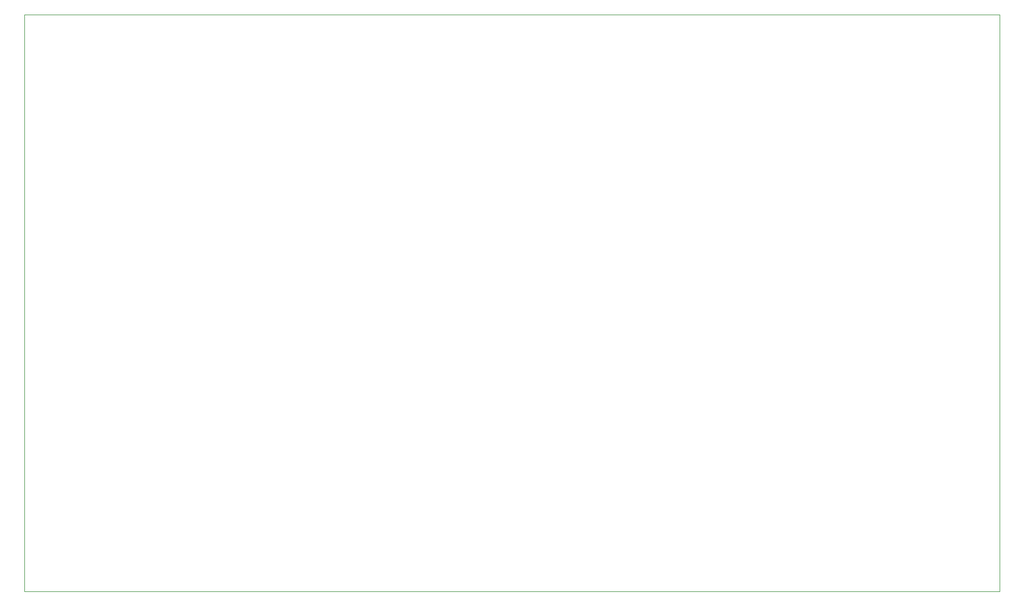
<source format=gbr>
G04 #@! TF.GenerationSoftware,KiCad,Pcbnew,(5.1.2)-1*
G04 #@! TF.CreationDate,2019-05-07T06:50:58+02:00*
G04 #@! TF.ProjectId,SBD electrode by JLCPCB,53424420-656c-4656-9374-726f64652062,rev?*
G04 #@! TF.SameCoordinates,Original*
G04 #@! TF.FileFunction,Profile,NP*
%FSLAX46Y46*%
G04 Gerber Fmt 4.6, Leading zero omitted, Abs format (unit mm)*
G04 Created by KiCad (PCBNEW (5.1.2)-1) date 2019-05-07 06:50:58*
%MOMM*%
%LPD*%
G04 APERTURE LIST*
%ADD10C,0.050000*%
G04 APERTURE END LIST*
D10*
X52070000Y-40640000D02*
X49530000Y-40640000D01*
X49530000Y-130810000D02*
X52070000Y-130810000D01*
X49530000Y-40640000D02*
X49530000Y-130810000D01*
X201930000Y-40640000D02*
X201930000Y-130810000D01*
X201930000Y-40640000D02*
X52070000Y-40640000D01*
X52070000Y-130810000D02*
X201930000Y-130810000D01*
M02*

</source>
